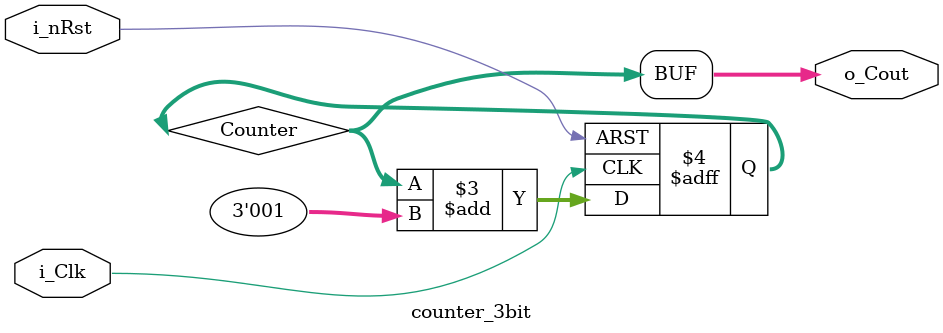
<source format=v>
module counter_3bit
(
	input i_Clk, // clock input
	input i_nRst, // asynchronous reset
	output [2:0] o_Cout // counter output
);

//module counter_3bit(i_Clk, i_nRst, o_Cout);

reg [2:0] Counter;

always @(posedge i_Clk or negedge i_nRst)
begin
	if (i_nRst == 1'b0)
		Counter[2:0] <= 3'b0; // reset the counter
	else
		Counter[2:0] <= Counter[2:0] + 3'b001; // increment the counter
end

assign o_Cout[2:0] = Counter[2:0]; // assign to outputs

endmodule





</source>
